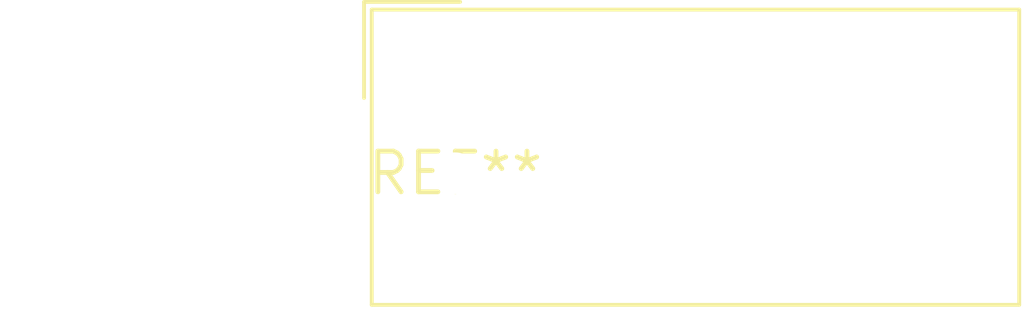
<source format=kicad_pcb>
(kicad_pcb (version 20240108) (generator pcbnew)
  (layers (0 "F.Cu" signal) (31 "B.Cu" signal) (34 "B.Paste" user) (35 "F.Paste" user) (36 "B.SilkS" user "B.Silkscreen") (37 "F.SilkS" user "F.Silkscreen") (38 "B.Mask" user) (39 "F.Mask" user) (44 "Edge.Cuts" user))
  (net 0 "")
  (footprint "Altech_AK100_1x04_P5.00mm" (layer "F.Cu") (at 0 0)
    (property "Reference" "REF**")
    (property "Value" "Altech_AK100_1x04_P5.00mm")
    (fp_line (start -2.85 -5.35) (end 0.15 -5.35) (layer "F.SilkS") (stroke (width 0.12)))
    (fp_line (start -2.85 -2.35) (end -2.85 -5.35) (layer "F.SilkS") (stroke (width 0.12)))
    (fp_line (start -2.61 -5.11) (end -2.61 4.11) (layer "F.SilkS") (stroke (width 0.12)))
    (fp_line (start -2.61 -5.11) (end 17.61 -5.11) (layer "F.SilkS") (stroke (width 0.12)))
    (fp_line (start -2.61 4.11) (end 17.61 4.11) (layer "F.SilkS") (stroke (width 0.12)))
    (fp_line (start 17.61 -5.11) (end 17.61 4.11) (layer "F.SilkS") (stroke (width 0.12)))
    (pad "1" thru_hole rect (at 0 0) (size 3 3) (drill 1.3) (layers *.Cu *.Mask) (remove_unused_layers))
    (pad "2" thru_hole circle (at 5 0) (size 3 3) (drill 1.3) (layers *.Cu *.Mask) (remove_unused_layers))
    (pad "3" thru_hole circle (at 10 0) (size 3 3) (drill 1.3) (layers *.Cu *.Mask) (remove_unused_layers))
    (pad "4" thru_hole circle (at 15 0) (size 3 3) (drill 1.3) (layers *.Cu *.Mask) (remove_unused_layers))
  )
)
</source>
